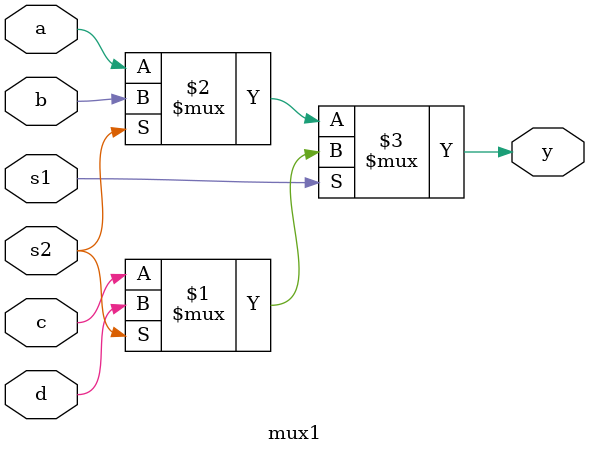
<source format=sv>
`timescale 1ns / 1ps

module mux1 ( input logic a,b,c,d, s1, s2, output logic y);

assign y = s1 ? ( s2 ? d : c) : ( s2 ? b : a);
endmodule


</source>
